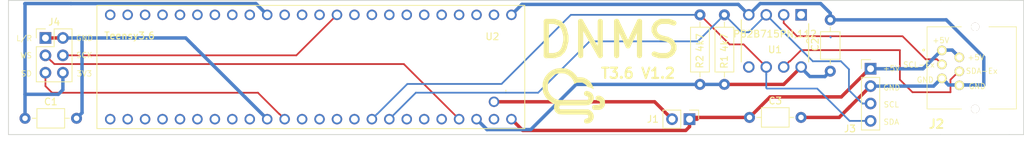
<source format=kicad_pcb>
(kicad_pcb (version 20171130) (host pcbnew "(5.1.4)-1")

  (general
    (thickness 1.6)
    (drawings 26)
    (tracks 130)
    (zones 0)
    (modules 12)
    (nets 54)
  )

  (page A4)
  (title_block
    (title "DNMS - Digital Noise Maesurement Sensor")
    (date 2019-06-09)
    (rev 0.9.0)
  )

  (layers
    (0 F.Cu signal)
    (31 B.Cu signal)
    (32 B.Adhes user)
    (33 F.Adhes user)
    (34 B.Paste user)
    (35 F.Paste user)
    (36 B.SilkS user)
    (37 F.SilkS user)
    (38 B.Mask user)
    (39 F.Mask user)
    (40 Dwgs.User user)
    (41 Cmts.User user)
    (42 Eco1.User user)
    (43 Eco2.User user)
    (44 Edge.Cuts user)
    (45 Margin user)
    (46 B.CrtYd user)
    (47 F.CrtYd user)
    (48 B.Fab user)
    (49 F.Fab user)
  )

  (setup
    (last_trace_width 0.25)
    (user_trace_width 0.5)
    (trace_clearance 0.2)
    (zone_clearance 0.508)
    (zone_45_only no)
    (trace_min 0.2)
    (via_size 0.8)
    (via_drill 0.4)
    (via_min_size 0.4)
    (via_min_drill 0.3)
    (uvia_size 0.3)
    (uvia_drill 0.1)
    (uvias_allowed no)
    (uvia_min_size 0.2)
    (uvia_min_drill 0.1)
    (edge_width 0.05)
    (segment_width 0.2)
    (pcb_text_width 0.3)
    (pcb_text_size 1.5 1.5)
    (mod_edge_width 0.12)
    (mod_text_size 1 1)
    (mod_text_width 0.15)
    (pad_size 1.524 1.524)
    (pad_drill 0.762)
    (pad_to_mask_clearance 0.051)
    (solder_mask_min_width 0.25)
    (aux_axis_origin 60.8584 94.1832)
    (visible_elements 7FFFFFFF)
    (pcbplotparams
      (layerselection 0x010fc_ffffffff)
      (usegerberextensions false)
      (usegerberattributes false)
      (usegerberadvancedattributes false)
      (creategerberjobfile false)
      (excludeedgelayer true)
      (linewidth 0.100000)
      (plotframeref false)
      (viasonmask false)
      (mode 1)
      (useauxorigin false)
      (hpglpennumber 1)
      (hpglpenspeed 20)
      (hpglpendiameter 15.000000)
      (psnegative false)
      (psa4output false)
      (plotreference true)
      (plotvalue true)
      (plotinvisibletext false)
      (padsonsilk false)
      (subtractmaskfromsilk false)
      (outputformat 1)
      (mirror false)
      (drillshape 0)
      (scaleselection 1)
      (outputdirectory "Gerber/"))
  )

  (net 0 "")
  (net 1 GND)
  (net 2 +3V3)
  (net 3 "Net-(J1-Pad2)")
  (net 4 +5V)
  (net 5 SDA)
  (net 6 SCL)
  (net 7 SD)
  (net 8 WS)
  (net 9 SCK)
  (net 10 "Net-(U1-Pad5)")
  (net 11 "Net-(U1-Pad1)")
  (net 12 "Net-(U2-Pad0)")
  (net 13 "Net-(U2-Pad1)")
  (net 14 "Net-(U2-Pad2)")
  (net 15 "Net-(U2-Pad3)")
  (net 16 "Net-(U2-Pad4)")
  (net 17 "Net-(U2-Pad5)")
  (net 18 "Net-(U2-Pad6)")
  (net 19 "Net-(U2-Pad7)")
  (net 20 "Net-(U2-Pad8)")
  (net 21 "Net-(U2-Pad10)")
  (net 22 "Net-(U2-Pad11)")
  (net 23 "Net-(U2-Pad12)")
  (net 24 "Net-(U2-Pad24)")
  (net 25 "Net-(U2-Pad14)")
  (net 26 "Net-(U2-Pad15)")
  (net 27 "Net-(U2-Pad16)")
  (net 28 "Net-(U2-Pad17)")
  (net 29 "Net-(U2-Pad20)")
  (net 30 "Net-(U2-Pad21)")
  (net 31 "Net-(U2-Pad22)")
  (net 32 "Net-(U2-PadAGND)")
  (net 33 "Net-(U2-Pad25)")
  (net 34 "Net-(U2-Pad26)")
  (net 35 "Net-(U2-Pad27)")
  (net 36 "Net-(U2-Pad28)")
  (net 37 "Net-(U2-Pad29)")
  (net 38 "Net-(U2-Pad30)")
  (net 39 "Net-(U2-Pad31)")
  (net 40 "Net-(U2-Pad32)")
  (net 41 "Net-(U2-PadA22)")
  (net 42 "Net-(U2-PadA21)")
  (net 43 "Net-(U2-Pad33)")
  (net 44 "Net-(U2-Pad34)")
  (net 45 "Net-(U2-Pad35)")
  (net 46 "Net-(U2-Pad36)")
  (net 47 "Net-(U2-Pad37)")
  (net 48 "Net-(U2-Pad38)")
  (net 49 "Net-(U2-Pad39)")
  (net 50 SCL-EX)
  (net 51 SDA-EX)
  (net 52 SCL-Ex)
  (net 53 SDA-Ex)

  (net_class Default "Dies ist die voreingestellte Netzklasse."
    (clearance 0.2)
    (trace_width 0.25)
    (via_dia 0.8)
    (via_drill 0.4)
    (uvia_dia 0.3)
    (uvia_drill 0.1)
    (add_net +3V3)
    (add_net +5V)
    (add_net GND)
    (add_net "Net-(J1-Pad2)")
    (add_net "Net-(U1-Pad1)")
    (add_net "Net-(U1-Pad5)")
    (add_net "Net-(U2-Pad0)")
    (add_net "Net-(U2-Pad1)")
    (add_net "Net-(U2-Pad10)")
    (add_net "Net-(U2-Pad11)")
    (add_net "Net-(U2-Pad12)")
    (add_net "Net-(U2-Pad14)")
    (add_net "Net-(U2-Pad15)")
    (add_net "Net-(U2-Pad16)")
    (add_net "Net-(U2-Pad17)")
    (add_net "Net-(U2-Pad2)")
    (add_net "Net-(U2-Pad20)")
    (add_net "Net-(U2-Pad21)")
    (add_net "Net-(U2-Pad22)")
    (add_net "Net-(U2-Pad24)")
    (add_net "Net-(U2-Pad25)")
    (add_net "Net-(U2-Pad26)")
    (add_net "Net-(U2-Pad27)")
    (add_net "Net-(U2-Pad28)")
    (add_net "Net-(U2-Pad29)")
    (add_net "Net-(U2-Pad3)")
    (add_net "Net-(U2-Pad30)")
    (add_net "Net-(U2-Pad31)")
    (add_net "Net-(U2-Pad32)")
    (add_net "Net-(U2-Pad33)")
    (add_net "Net-(U2-Pad34)")
    (add_net "Net-(U2-Pad35)")
    (add_net "Net-(U2-Pad36)")
    (add_net "Net-(U2-Pad37)")
    (add_net "Net-(U2-Pad38)")
    (add_net "Net-(U2-Pad39)")
    (add_net "Net-(U2-Pad4)")
    (add_net "Net-(U2-Pad5)")
    (add_net "Net-(U2-Pad6)")
    (add_net "Net-(U2-Pad7)")
    (add_net "Net-(U2-Pad8)")
    (add_net "Net-(U2-PadA21)")
    (add_net "Net-(U2-PadA22)")
    (add_net "Net-(U2-PadAGND)")
    (add_net SCK)
    (add_net SCL)
    (add_net SCL-EX)
    (add_net SCL-Ex)
    (add_net SD)
    (add_net SDA)
    (add_net SDA-EX)
    (add_net SDA-Ex)
    (add_net WS)
  )

  (module Connector_RJ:RJ12_Pulse_E5566Q0LK22L (layer F.Cu) (tedit 5DD16D65) (tstamp 5DD1C370)
    (at 200.8124 84.455 90)
    (descr E5566-Q0LK22-L)
    (tags Connector)
    (path /5DD178F7)
    (fp_text reference J2 (at -8.2042 -4.826) (layer F.SilkS)
      (effects (font (size 1.27 1.27) (thickness 0.254)))
    )
    (fp_text value RJ12 (at 0 0 90) (layer F.SilkS) hide
      (effects (font (size 1.27 1.27) (thickness 0.254)))
    )
    (fp_line (start -6 -6.2) (end 6 -6.2) (layer Dwgs.User) (width 0.2))
    (fp_line (start 6 -6.2) (end 6 6.8) (layer Dwgs.User) (width 0.2))
    (fp_line (start 6 6.8) (end -6 6.8) (layer Dwgs.User) (width 0.2))
    (fp_line (start -6 6.8) (end -6 -6.2) (layer Dwgs.User) (width 0.2))
    (fp_line (start -8.2 -7.8) (end 8.2 -7.8) (layer Dwgs.User) (width 0.1))
    (fp_line (start 8.2 -7.8) (end 8.2 7.8) (layer Dwgs.User) (width 0.1))
    (fp_line (start 8.2 7.8) (end -8.2 7.8) (layer Dwgs.User) (width 0.1))
    (fp_line (start -8.2 7.8) (end -8.2 -7.8) (layer Dwgs.User) (width 0.1))
    (fp_line (start -6 -1.2) (end -6 -6.2) (layer F.SilkS) (width 0.1))
    (fp_line (start -6 -6.2) (end 6 -6.2) (layer F.SilkS) (width 0.1))
    (fp_line (start 6 -6.2) (end 6 -1.2) (layer F.SilkS) (width 0.1))
    (fp_line (start -6 2.8) (end -6 6.8) (layer F.SilkS) (width 0.1))
    (fp_line (start -6 6.8) (end 6 6.8) (layer F.SilkS) (width 0.1))
    (fp_line (start 6 6.8) (end 6 2.8) (layer F.SilkS) (width 0.1))
    (fp_line (start 2.5 -6.7) (end 2.5 -6.7) (layer F.SilkS) (width 0.2))
    (fp_line (start 2.7 -6.7) (end 2.7 -6.7) (layer F.SilkS) (width 0.2))
    (fp_arc (start 2.6 -6.7) (end 2.5 -6.7) (angle 180) (layer F.SilkS) (width 0.2))
    (fp_arc (start 2.6 -6.7) (end 2.7 -6.7) (angle 180) (layer F.SilkS) (width 0.2))
    (pad 1 thru_hole circle (at 2.55 -4.04 180) (size 1.4 1.4) (drill 0.9) (layers *.Cu *.Mask F.SilkS)
      (net 4 +5V))
    (pad 2 thru_hole circle (at 1.53 -1.5 180) (size 1.4 1.4) (drill 0.9) (layers *.Cu *.Mask F.SilkS)
      (net 4 +5V))
    (pad 3 thru_hole circle (at 0.51 -4.04 180) (size 1.4 1.4) (drill 0.9) (layers *.Cu *.Mask F.SilkS)
      (net 50 SCL-EX))
    (pad 4 thru_hole circle (at -0.51 -1.5 180) (size 1.4 1.4) (drill 0.9) (layers *.Cu *.Mask F.SilkS)
      (net 51 SDA-EX))
    (pad 5 thru_hole circle (at -1.53 -4.04 180) (size 1.4 1.4) (drill 0.9) (layers *.Cu *.Mask F.SilkS)
      (net 1 GND))
    (pad 6 thru_hole circle (at -2.55 -1.5 180) (size 1.4 1.4) (drill 0.9) (layers *.Cu *.Mask F.SilkS)
      (net 1 GND))
    (pad 7 thru_hole circle (at -6 0.8 180) (size 1.2 1.2) (drill 2.4) (layers *.Cu *.Mask F.SilkS))
    (pad 8 thru_hole circle (at 6 0.8 180) (size 1.2 1.2) (drill 2.4) (layers *.Cu *.Mask F.SilkS))
    (model "${KISYS3DMOD}/Connector_RJ.3dshapes/RJ12_Pulse_615006138421 (rev1).wrl"
      (offset (xyz 0 -0.25 7))
      (scale (xyz 0.39 0.39 0.39))
      (rotate (xyz 0 0 0))
    )
  )

  (module Connector_PinHeader_2.54mm:PinHeader_2x03_P2.54mm_Vertical (layer F.Cu) (tedit 59FED5CC) (tstamp 5DCC76CF)
    (at 66.2432 80.0862)
    (descr "Through hole straight pin header, 2x03, 2.54mm pitch, double rows")
    (tags "Through hole pin header THT 2x03 2.54mm double row")
    (path /5DCC6656)
    (fp_text reference J4 (at 1.27 -2.33) (layer F.SilkS)
      (effects (font (size 1 1) (thickness 0.15)))
    )
    (fp_text value Conn_2Rows-07Pins (at 1.27 7.41) (layer F.Fab)
      (effects (font (size 1 1) (thickness 0.15)))
    )
    (fp_text user %R (at 1.27 2.54 90) (layer F.Fab)
      (effects (font (size 1 1) (thickness 0.15)))
    )
    (fp_line (start 4.35 -1.8) (end -1.8 -1.8) (layer F.CrtYd) (width 0.05))
    (fp_line (start 4.35 6.85) (end 4.35 -1.8) (layer F.CrtYd) (width 0.05))
    (fp_line (start -1.8 6.85) (end 4.35 6.85) (layer F.CrtYd) (width 0.05))
    (fp_line (start -1.8 -1.8) (end -1.8 6.85) (layer F.CrtYd) (width 0.05))
    (fp_line (start -1.33 -1.33) (end 0 -1.33) (layer F.SilkS) (width 0.12))
    (fp_line (start -1.33 0) (end -1.33 -1.33) (layer F.SilkS) (width 0.12))
    (fp_line (start 1.27 -1.33) (end 3.87 -1.33) (layer F.SilkS) (width 0.12))
    (fp_line (start 1.27 1.27) (end 1.27 -1.33) (layer F.SilkS) (width 0.12))
    (fp_line (start -1.33 1.27) (end 1.27 1.27) (layer F.SilkS) (width 0.12))
    (fp_line (start 3.87 -1.33) (end 3.87 6.41) (layer F.SilkS) (width 0.12))
    (fp_line (start -1.33 1.27) (end -1.33 6.41) (layer F.SilkS) (width 0.12))
    (fp_line (start -1.33 6.41) (end 3.87 6.41) (layer F.SilkS) (width 0.12))
    (fp_line (start -1.27 0) (end 0 -1.27) (layer F.Fab) (width 0.1))
    (fp_line (start -1.27 6.35) (end -1.27 0) (layer F.Fab) (width 0.1))
    (fp_line (start 3.81 6.35) (end -1.27 6.35) (layer F.Fab) (width 0.1))
    (fp_line (start 3.81 -1.27) (end 3.81 6.35) (layer F.Fab) (width 0.1))
    (fp_line (start 0 -1.27) (end 3.81 -1.27) (layer F.Fab) (width 0.1))
    (pad 6 thru_hole oval (at 2.54 5.08) (size 1.7 1.7) (drill 1) (layers *.Cu *.Mask)
      (net 2 +3V3))
    (pad 5 thru_hole oval (at 0 5.08) (size 1.7 1.7) (drill 1) (layers *.Cu *.Mask)
      (net 7 SD))
    (pad 4 thru_hole oval (at 2.54 2.54) (size 1.7 1.7) (drill 1) (layers *.Cu *.Mask)
      (net 9 SCK))
    (pad 3 thru_hole oval (at 0 2.54) (size 1.7 1.7) (drill 1) (layers *.Cu *.Mask)
      (net 8 WS))
    (pad 2 thru_hole oval (at 2.54 0) (size 1.7 1.7) (drill 1) (layers *.Cu *.Mask)
      (net 1 GND))
    (pad 1 thru_hole rect (at 0 0) (size 1.7 1.7) (drill 1) (layers *.Cu *.Mask)
      (net 1 GND))
    (model ${KISYS3DMOD}/Connector_PinHeader_2.54mm.3dshapes/PinHeader_2x03_P2.54mm_Vertical.wrl
      (at (xyz 0 0 0))
      (scale (xyz 1 1 1))
      (rotate (xyz 0 0 0))
    )
  )

  (module Capacitor_THT:C_Axial_L3.8mm_D2.6mm_P7.50mm_Horizontal (layer F.Cu) (tedit 5AE50EF0) (tstamp 5DCC762D)
    (at 63.2714 91.821)
    (descr "C, Axial series, Axial, Horizontal, pin pitch=7.5mm, , length*diameter=3.8*2.6mm^2, http://www.vishay.com/docs/45231/arseries.pdf")
    (tags "C Axial series Axial Horizontal pin pitch 7.5mm  length 3.8mm diameter 2.6mm")
    (path /5DCD070F)
    (fp_text reference C1 (at 3.75 -2.42) (layer F.SilkS)
      (effects (font (size 1 1) (thickness 0.15)))
    )
    (fp_text value 100nF (at 3.75 2.42) (layer F.Fab)
      (effects (font (size 1 1) (thickness 0.15)))
    )
    (fp_text user %R (at 3.75 0) (layer F.Fab)
      (effects (font (size 0.76 0.76) (thickness 0.114)))
    )
    (fp_line (start 8.55 -1.55) (end -1.05 -1.55) (layer F.CrtYd) (width 0.05))
    (fp_line (start 8.55 1.55) (end 8.55 -1.55) (layer F.CrtYd) (width 0.05))
    (fp_line (start -1.05 1.55) (end 8.55 1.55) (layer F.CrtYd) (width 0.05))
    (fp_line (start -1.05 -1.55) (end -1.05 1.55) (layer F.CrtYd) (width 0.05))
    (fp_line (start 6.46 0) (end 5.77 0) (layer F.SilkS) (width 0.12))
    (fp_line (start 1.04 0) (end 1.73 0) (layer F.SilkS) (width 0.12))
    (fp_line (start 5.77 -1.42) (end 1.73 -1.42) (layer F.SilkS) (width 0.12))
    (fp_line (start 5.77 1.42) (end 5.77 -1.42) (layer F.SilkS) (width 0.12))
    (fp_line (start 1.73 1.42) (end 5.77 1.42) (layer F.SilkS) (width 0.12))
    (fp_line (start 1.73 -1.42) (end 1.73 1.42) (layer F.SilkS) (width 0.12))
    (fp_line (start 7.5 0) (end 5.65 0) (layer F.Fab) (width 0.1))
    (fp_line (start 0 0) (end 1.85 0) (layer F.Fab) (width 0.1))
    (fp_line (start 5.65 -1.3) (end 1.85 -1.3) (layer F.Fab) (width 0.1))
    (fp_line (start 5.65 1.3) (end 5.65 -1.3) (layer F.Fab) (width 0.1))
    (fp_line (start 1.85 1.3) (end 5.65 1.3) (layer F.Fab) (width 0.1))
    (fp_line (start 1.85 -1.3) (end 1.85 1.3) (layer F.Fab) (width 0.1))
    (pad 2 thru_hole oval (at 7.5 0) (size 1.6 1.6) (drill 0.8) (layers *.Cu *.Mask)
      (net 1 GND))
    (pad 1 thru_hole circle (at 0 0) (size 1.6 1.6) (drill 0.8) (layers *.Cu *.Mask)
      (net 2 +3V3))
    (model ${KISYS3DMOD}/Capacitor_THT.3dshapes/C_Axial_L3.8mm_D2.6mm_P7.50mm_Horizontal.wrl
      (at (xyz 0 0 0))
      (scale (xyz 1 1 1))
      (rotate (xyz 0 0 0))
    )
  )

  (module Capacitor_THT:C_Axial_L3.8mm_D2.6mm_P7.50mm_Horizontal (layer F.Cu) (tedit 5AE50EF0) (tstamp 5DCC7616)
    (at 168.7576 91.694)
    (descr "C, Axial series, Axial, Horizontal, pin pitch=7.5mm, , length*diameter=3.8*2.6mm^2, http://www.vishay.com/docs/45231/arseries.pdf")
    (tags "C Axial series Axial Horizontal pin pitch 7.5mm  length 3.8mm diameter 2.6mm")
    (path /5DCCEA81)
    (fp_text reference C3 (at 3.75 -2.42) (layer F.SilkS)
      (effects (font (size 1 1) (thickness 0.15)))
    )
    (fp_text value 100nF (at 3.75 2.42) (layer F.Fab)
      (effects (font (size 1 1) (thickness 0.15)))
    )
    (fp_text user %R (at 3.75 0) (layer F.Fab)
      (effects (font (size 0.76 0.76) (thickness 0.114)))
    )
    (fp_line (start 8.55 -1.55) (end -1.05 -1.55) (layer F.CrtYd) (width 0.05))
    (fp_line (start 8.55 1.55) (end 8.55 -1.55) (layer F.CrtYd) (width 0.05))
    (fp_line (start -1.05 1.55) (end 8.55 1.55) (layer F.CrtYd) (width 0.05))
    (fp_line (start -1.05 -1.55) (end -1.05 1.55) (layer F.CrtYd) (width 0.05))
    (fp_line (start 6.46 0) (end 5.77 0) (layer F.SilkS) (width 0.12))
    (fp_line (start 1.04 0) (end 1.73 0) (layer F.SilkS) (width 0.12))
    (fp_line (start 5.77 -1.42) (end 1.73 -1.42) (layer F.SilkS) (width 0.12))
    (fp_line (start 5.77 1.42) (end 5.77 -1.42) (layer F.SilkS) (width 0.12))
    (fp_line (start 1.73 1.42) (end 5.77 1.42) (layer F.SilkS) (width 0.12))
    (fp_line (start 1.73 -1.42) (end 1.73 1.42) (layer F.SilkS) (width 0.12))
    (fp_line (start 7.5 0) (end 5.65 0) (layer F.Fab) (width 0.1))
    (fp_line (start 0 0) (end 1.85 0) (layer F.Fab) (width 0.1))
    (fp_line (start 5.65 -1.3) (end 1.85 -1.3) (layer F.Fab) (width 0.1))
    (fp_line (start 5.65 1.3) (end 5.65 -1.3) (layer F.Fab) (width 0.1))
    (fp_line (start 1.85 1.3) (end 5.65 1.3) (layer F.Fab) (width 0.1))
    (fp_line (start 1.85 -1.3) (end 1.85 1.3) (layer F.Fab) (width 0.1))
    (pad 2 thru_hole oval (at 7.5 0) (size 1.6 1.6) (drill 0.8) (layers *.Cu *.Mask)
      (net 1 GND))
    (pad 1 thru_hole circle (at 0 0) (size 1.6 1.6) (drill 0.8) (layers *.Cu *.Mask)
      (net 4 +5V))
    (model ${KISYS3DMOD}/Capacitor_THT.3dshapes/C_Axial_L3.8mm_D2.6mm_P7.50mm_Horizontal.wrl
      (at (xyz 0 0 0))
      (scale (xyz 1 1 1))
      (rotate (xyz 0 0 0))
    )
  )

  (module Teensy3.6:Teensy3.6 (layer F.Cu) (tedit 5CFF84C8) (tstamp 5CFE477A)
    (at 104.88262 84.328 270)
    (path /5CFA9E92)
    (fp_text reference U2 (at -4.445 -26.43538 180) (layer F.SilkS)
      (effects (font (size 1 1) (thickness 0.15)))
    )
    (fp_text value Teensy3.6 (at -4.572 26.39662) (layer F.SilkS)
      (effects (font (size 1 1) (thickness 0.15)))
    )
    (fp_line (start -9 31.15) (end -9 -31.15) (layer Eco2.User) (width 0.127))
    (fp_line (start -9 -31.15) (end 9 -31.15) (layer Eco2.User) (width 0.127))
    (fp_line (start 9 -31.15) (end 9 31.15) (layer Eco2.User) (width 0.127))
    (fp_line (start 9 31.15) (end -9 31.15) (layer Eco2.User) (width 0.127))
    (fp_line (start -9 -31.15) (end -9 31.15) (layer F.SilkS) (width 0.127))
    (fp_line (start -9 31.15) (end 9 31.15) (layer F.SilkS) (width 0.127))
    (fp_line (start 9 31.15) (end 9 -31.15) (layer F.SilkS) (width 0.127))
    (fp_line (start 9 -31.15) (end -9 -31.15) (layer F.SilkS) (width 0.127))
    (fp_line (start -9.25 -31.4) (end 9.25 -31.4) (layer Eco1.User) (width 0.05))
    (fp_line (start 9.25 -31.4) (end 9.25 31.4) (layer Eco1.User) (width 0.05))
    (fp_line (start 9.25 31.4) (end -9.25 31.4) (layer Eco1.User) (width 0.05))
    (fp_line (start -9.25 31.4) (end -9.25 -31.4) (layer Eco1.User) (width 0.05))
    (fp_line (start -3.5 -31.1) (end -3.5 -28.4) (layer Eco2.User) (width 0.1524))
    (fp_line (start -3.5 -28.4) (end 3.4 -28.4) (layer Eco2.User) (width 0.1524))
    (fp_line (start 3.4 -28.4) (end 3.5 -28.4) (layer F.SilkS) (width 0.1524))
    (fp_line (start 3.5 -28.4) (end 3.5 -31.1) (layer Eco2.User) (width 0.1524))
    (pad GND_1 thru_hole circle (at -7.62 -29.21 270) (size 1.53 1.53) (drill 1.02) (layers *.Cu *.Mask)
      (net 1 GND))
    (pad 0 thru_hole circle (at -7.62 -26.67 270) (size 1.53 1.53) (drill 1.02) (layers *.Cu *.Mask)
      (net 12 "Net-(U2-Pad0)"))
    (pad 1 thru_hole circle (at -7.62 -24.13 270) (size 1.53 1.53) (drill 1.02) (layers *.Cu *.Mask)
      (net 13 "Net-(U2-Pad1)"))
    (pad 2 thru_hole circle (at -7.62 -21.59 270) (size 1.53 1.53) (drill 1.02) (layers *.Cu *.Mask)
      (net 14 "Net-(U2-Pad2)"))
    (pad 3 thru_hole circle (at -7.62 -19.05 270) (size 1.53 1.53) (drill 1.02) (layers *.Cu *.Mask)
      (net 15 "Net-(U2-Pad3)"))
    (pad 4 thru_hole circle (at -7.62 -16.51 270) (size 1.53 1.53) (drill 1.02) (layers *.Cu *.Mask)
      (net 16 "Net-(U2-Pad4)"))
    (pad 5 thru_hole circle (at -7.62 -13.97 270) (size 1.53 1.53) (drill 1.02) (layers *.Cu *.Mask)
      (net 17 "Net-(U2-Pad5)"))
    (pad 6 thru_hole circle (at -7.62 -11.43 270) (size 1.53 1.53) (drill 1.02) (layers *.Cu *.Mask)
      (net 18 "Net-(U2-Pad6)"))
    (pad 7 thru_hole circle (at -7.62 -8.89 270) (size 1.53 1.53) (drill 1.02) (layers *.Cu *.Mask)
      (net 19 "Net-(U2-Pad7)"))
    (pad 8 thru_hole circle (at -7.62 -6.35 270) (size 1.53 1.53) (drill 1.02) (layers *.Cu *.Mask)
      (net 20 "Net-(U2-Pad8)"))
    (pad 9 thru_hole circle (at -7.62 -3.81 270) (size 1.53 1.53) (drill 1.02) (layers *.Cu *.Mask)
      (net 9 SCK))
    (pad 10 thru_hole circle (at -7.62 -1.27 270) (size 1.53 1.53) (drill 1.02) (layers *.Cu *.Mask)
      (net 21 "Net-(U2-Pad10)"))
    (pad 11 thru_hole circle (at -7.62 1.27 270) (size 1.53 1.53) (drill 1.02) (layers *.Cu *.Mask)
      (net 22 "Net-(U2-Pad11)"))
    (pad 12 thru_hole circle (at -7.62 3.81 270) (size 1.53 1.53) (drill 1.02) (layers *.Cu *.Mask)
      (net 23 "Net-(U2-Pad12)"))
    (pad 3V3_1 thru_hole circle (at -7.62 6.35 270) (size 1.53 1.53) (drill 1.02) (layers *.Cu *.Mask)
      (net 2 +3V3))
    (pad 24 thru_hole circle (at -7.62 8.89 270) (size 1.53 1.53) (drill 1.02) (layers *.Cu *.Mask)
      (net 24 "Net-(U2-Pad24)"))
    (pad 13 thru_hole circle (at 7.62 3.81 270) (size 1.53 1.53) (drill 1.02) (layers *.Cu *.Mask)
      (net 7 SD))
    (pad 14 thru_hole circle (at 7.62 1.27 270) (size 1.53 1.53) (drill 1.02) (layers *.Cu *.Mask)
      (net 25 "Net-(U2-Pad14)"))
    (pad 15 thru_hole circle (at 7.62 -1.27 270) (size 1.53 1.53) (drill 1.02) (layers *.Cu *.Mask)
      (net 26 "Net-(U2-Pad15)"))
    (pad 16 thru_hole circle (at 7.62 -3.81 270) (size 1.53 1.53) (drill 1.02) (layers *.Cu *.Mask)
      (net 27 "Net-(U2-Pad16)"))
    (pad 17 thru_hole circle (at 7.62 -6.35 270) (size 1.53 1.53) (drill 1.02) (layers *.Cu *.Mask)
      (net 28 "Net-(U2-Pad17)"))
    (pad 18 thru_hole circle (at 7.62 -8.89 270) (size 1.53 1.53) (drill 1.02) (layers *.Cu *.Mask)
      (net 5 SDA))
    (pad 19 thru_hole circle (at 7.62 -11.43 270) (size 1.53 1.53) (drill 1.02) (layers *.Cu *.Mask)
      (net 6 SCL))
    (pad 20 thru_hole circle (at 7.62 -13.97 270) (size 1.53 1.53) (drill 1.02) (layers *.Cu *.Mask)
      (net 29 "Net-(U2-Pad20)"))
    (pad 21 thru_hole circle (at 7.62 -16.51 270) (size 1.53 1.53) (drill 1.02) (layers *.Cu *.Mask)
      (net 30 "Net-(U2-Pad21)"))
    (pad 22 thru_hole circle (at 7.62 -19.05 270) (size 1.53 1.53) (drill 1.02) (layers *.Cu *.Mask)
      (net 31 "Net-(U2-Pad22)"))
    (pad 23 thru_hole circle (at 7.62 -21.59 270) (size 1.53 1.53) (drill 1.02) (layers *.Cu *.Mask)
      (net 8 WS))
    (pad 3V3_2 thru_hole circle (at 7.62 -24.13 270) (size 1.53 1.53) (drill 1.02) (layers *.Cu *.Mask)
      (net 2 +3V3))
    (pad AGND thru_hole circle (at 7.62 -26.67 270) (size 1.53 1.53) (drill 1.02) (layers *.Cu *.Mask)
      (net 32 "Net-(U2-PadAGND)"))
    (pad VIN thru_hole circle (at 7.62 -29.21 270) (size 1.53 1.53) (drill 1.02) (layers *.Cu *.Mask)
      (net 4 +5V))
    (pad 25 thru_hole circle (at -7.62 11.43 270) (size 1.53 1.53) (drill 1.02) (layers *.Cu *.Mask)
      (net 33 "Net-(U2-Pad25)"))
    (pad 26 thru_hole circle (at -7.62 13.97 270) (size 1.53 1.53) (drill 1.02) (layers *.Cu *.Mask)
      (net 34 "Net-(U2-Pad26)"))
    (pad 27 thru_hole circle (at -7.62 16.51 270) (size 1.53 1.53) (drill 1.02) (layers *.Cu *.Mask)
      (net 35 "Net-(U2-Pad27)"))
    (pad 28 thru_hole circle (at -7.62 19.05 270) (size 1.53 1.53) (drill 1.02) (layers *.Cu *.Mask)
      (net 36 "Net-(U2-Pad28)"))
    (pad 29 thru_hole circle (at -7.62 21.59 270) (size 1.53 1.53) (drill 1.02) (layers *.Cu *.Mask)
      (net 37 "Net-(U2-Pad29)"))
    (pad 30 thru_hole circle (at -7.62 24.13 270) (size 1.53 1.53) (drill 1.02) (layers *.Cu *.Mask)
      (net 38 "Net-(U2-Pad30)"))
    (pad 31 thru_hole circle (at -7.62 26.67 270) (size 1.53 1.53) (drill 1.02) (layers *.Cu *.Mask)
      (net 39 "Net-(U2-Pad31)"))
    (pad 32 thru_hole circle (at -7.62 29.21 270) (size 1.53 1.53) (drill 1.02) (layers *.Cu *.Mask)
      (net 40 "Net-(U2-Pad32)"))
    (pad GND_2 thru_hole circle (at 7.62 6.35 270) (size 1.53 1.53) (drill 1.02) (layers *.Cu *.Mask)
      (net 1 GND))
    (pad A22 thru_hole circle (at 7.62 8.89 270) (size 1.53 1.53) (drill 1.02) (layers *.Cu *.Mask)
      (net 41 "Net-(U2-PadA22)"))
    (pad A21 thru_hole circle (at 7.62 11.43 270) (size 1.53 1.53) (drill 1.02) (layers *.Cu *.Mask)
      (net 42 "Net-(U2-PadA21)"))
    (pad 33 thru_hole circle (at 7.62 29.21 270) (size 1.53 1.53) (drill 1.02) (layers *.Cu *.Mask)
      (net 43 "Net-(U2-Pad33)"))
    (pad 34 thru_hole circle (at 7.62 26.67 270) (size 1.53 1.53) (drill 1.02) (layers *.Cu *.Mask)
      (net 44 "Net-(U2-Pad34)"))
    (pad 35 thru_hole circle (at 7.62 24.13 270) (size 1.53 1.53) (drill 1.02) (layers *.Cu *.Mask)
      (net 45 "Net-(U2-Pad35)"))
    (pad 36 thru_hole circle (at 7.62 21.59 270) (size 1.53 1.53) (drill 1.02) (layers *.Cu *.Mask)
      (net 46 "Net-(U2-Pad36)"))
    (pad 37 thru_hole circle (at 7.62 19.05 270) (size 1.53 1.53) (drill 1.02) (layers *.Cu *.Mask)
      (net 47 "Net-(U2-Pad37)"))
    (pad 38 thru_hole circle (at 7.62 16.51 270) (size 1.53 1.53) (drill 1.02) (layers *.Cu *.Mask)
      (net 48 "Net-(U2-Pad38)"))
    (pad 39 thru_hole circle (at 7.62 13.97 270) (size 1.53 1.53) (drill 1.02) (layers *.Cu *.Mask)
      (net 49 "Net-(U2-Pad39)"))
    (pad VUSB thru_hole circle (at 5.08 -26.67 270) (size 1.524 1.524) (drill 1.02) (layers *.Cu *.Mask)
      (net 3 "Net-(J1-Pad2)"))
  )

  (module Capacitor_THT:C_Axial_L3.8mm_D2.6mm_P7.50mm_Horizontal (layer F.Cu) (tedit 5AE50EF0) (tstamp 5CFE465A)
    (at 180.5178 84.9376 90)
    (descr "C, Axial series, Axial, Horizontal, pin pitch=7.5mm, , length*diameter=3.8*2.6mm^2, http://www.vishay.com/docs/45231/arseries.pdf")
    (tags "C Axial series Axial Horizontal pin pitch 7.5mm  length 3.8mm diameter 2.6mm")
    (path /5CFC928F)
    (fp_text reference C2 (at 3.9116 -2.2098 90) (layer F.SilkS)
      (effects (font (size 1 1) (thickness 0.15)))
    )
    (fp_text value 100nF (at 3.75 2.42 90) (layer F.Fab)
      (effects (font (size 1 1) (thickness 0.15)))
    )
    (fp_text user %R (at 3.75 0 90) (layer F.Fab)
      (effects (font (size 0.76 0.76) (thickness 0.114)))
    )
    (fp_line (start 8.55 -1.55) (end -1.05 -1.55) (layer F.CrtYd) (width 0.05))
    (fp_line (start 8.55 1.55) (end 8.55 -1.55) (layer F.CrtYd) (width 0.05))
    (fp_line (start -1.05 1.55) (end 8.55 1.55) (layer F.CrtYd) (width 0.05))
    (fp_line (start -1.05 -1.55) (end -1.05 1.55) (layer F.CrtYd) (width 0.05))
    (fp_line (start 6.46 0) (end 5.77 0) (layer F.SilkS) (width 0.12))
    (fp_line (start 1.04 0) (end 1.73 0) (layer F.SilkS) (width 0.12))
    (fp_line (start 5.77 -1.42) (end 1.73 -1.42) (layer F.SilkS) (width 0.12))
    (fp_line (start 5.77 1.42) (end 5.77 -1.42) (layer F.SilkS) (width 0.12))
    (fp_line (start 1.73 1.42) (end 5.77 1.42) (layer F.SilkS) (width 0.12))
    (fp_line (start 1.73 -1.42) (end 1.73 1.42) (layer F.SilkS) (width 0.12))
    (fp_line (start 7.5 0) (end 5.65 0) (layer F.Fab) (width 0.1))
    (fp_line (start 0 0) (end 1.85 0) (layer F.Fab) (width 0.1))
    (fp_line (start 5.65 -1.3) (end 1.85 -1.3) (layer F.Fab) (width 0.1))
    (fp_line (start 5.65 1.3) (end 5.65 -1.3) (layer F.Fab) (width 0.1))
    (fp_line (start 1.85 1.3) (end 5.65 1.3) (layer F.Fab) (width 0.1))
    (fp_line (start 1.85 -1.3) (end 1.85 1.3) (layer F.Fab) (width 0.1))
    (pad 2 thru_hole oval (at 7.5 0 90) (size 1.6 1.6) (drill 0.8) (layers *.Cu *.Mask)
      (net 1 GND))
    (pad 1 thru_hole circle (at 0 0 90) (size 1.6 1.6) (drill 0.8) (layers *.Cu *.Mask)
      (net 2 +3V3))
    (model ${KISYS3DMOD}/Capacitor_THT.3dshapes/C_Axial_L3.8mm_D2.6mm_P7.50mm_Horizontal.wrl
      (at (xyz 0 0 0))
      (scale (xyz 1 1 1))
      (rotate (xyz 0 0 0))
    )
  )

  (module "logos eigene:logo luftdaten.info" (layer F.Cu) (tedit 0) (tstamp 5D0421AC)
    (at 143.1798 88.5698)
    (fp_text reference G*** (at 0 0) (layer F.SilkS) hide
      (effects (font (size 1.524 1.524) (thickness 0.3)))
    )
    (fp_text value LOGO (at 0.75 0) (layer F.SilkS) hide
      (effects (font (size 1.524 1.524) (thickness 0.3)))
    )
    (fp_poly (pts (xy 3.755629 -0.03606) (xy 3.871683 0.002212) (xy 4.097614 0.110327) (xy 4.27774 0.249729)
      (xy 4.426716 0.4323) (xy 4.453253 0.473728) (xy 4.487682 0.540871) (xy 4.51058 0.619788)
      (xy 4.525016 0.726784) (xy 4.53406 0.878168) (xy 4.535286 0.909596) (xy 4.537266 1.113001)
      (xy 4.523232 1.270547) (xy 4.488965 1.398772) (xy 4.430247 1.514211) (xy 4.354285 1.61925)
      (xy 4.273477 1.716965) (xy 4.206338 1.784904) (xy 4.131735 1.840592) (xy 4.028534 1.901555)
      (xy 3.984625 1.925804) (xy 3.916944 1.960762) (xy 3.854035 1.985235) (xy 3.782166 2.001411)
      (xy 3.687606 2.011476) (xy 3.556626 2.017619) (xy 3.381375 2.021907) (xy 3.214459 2.023229)
      (xy 3.065978 2.020556) (xy 2.949677 2.014413) (xy 2.879303 2.005325) (xy 2.869822 2.002375)
      (xy 2.766293 1.926587) (xy 2.696847 1.812856) (xy 2.665267 1.679046) (xy 2.675339 1.54302)
      (xy 2.730848 1.422644) (xy 2.743613 1.406707) (xy 2.779182 1.368688) (xy 2.817056 1.342664)
      (xy 2.870169 1.325585) (xy 2.951458 1.314403) (xy 3.073859 1.306066) (xy 3.196051 1.300052)
      (xy 3.411253 1.285932) (xy 3.570859 1.263741) (xy 3.682656 1.229282) (xy 3.754431 1.178355)
      (xy 3.793968 1.106763) (xy 3.809054 1.010307) (xy 3.81 0.969019) (xy 3.783001 0.849033)
      (xy 3.711114 0.755944) (xy 3.608001 0.704322) (xy 3.556326 0.6985) (xy 3.456787 0.680598)
      (xy 3.37232 0.64295) (xy 3.261692 0.556816) (xy 3.20078 0.464004) (xy 3.177515 0.343179)
      (xy 3.176056 0.295999) (xy 3.179689 0.19416) (xy 3.200443 0.128176) (xy 3.250616 0.070586)
      (xy 3.293359 0.034061) (xy 3.424075 -0.040845) (xy 3.575947 -0.064097) (xy 3.755629 -0.03606)) (layer F.SilkS) (width 0.01))
    (fp_poly (pts (xy -1.565841 -4.056015) (xy -1.317239 -4.033177) (xy -1.102881 -3.99716) (xy -0.934086 -3.949639)
      (xy -0.867104 -3.920432) (xy -0.797179 -3.887719) (xy -0.752941 -3.873703) (xy -0.752584 -3.873696)
      (xy -0.715556 -3.858675) (xy -0.637565 -3.818604) (xy -0.532343 -3.760689) (xy -0.475401 -3.72821)
      (xy -0.253398 -3.580766) (xy -0.030355 -3.398154) (xy 0.175131 -3.197431) (xy 0.34446 -2.995651)
      (xy 0.383087 -2.940949) (xy 0.519954 -2.737653) (xy 0.823539 -2.739073) (xy 1.014446 -2.733309)
      (xy 1.20223 -2.715883) (xy 1.370061 -2.689217) (xy 1.501108 -2.655731) (xy 1.553857 -2.634019)
      (xy 1.610256 -2.606371) (xy 1.69982 -2.56433) (xy 1.757984 -2.537605) (xy 1.837339 -2.494252)
      (xy 1.940192 -2.42819) (xy 2.054325 -2.348565) (xy 2.167518 -2.264525) (xy 2.267553 -2.185219)
      (xy 2.342211 -2.119793) (xy 2.379273 -2.077397) (xy 2.38125 -2.070981) (xy 2.40089 -2.033861)
      (xy 2.448955 -1.974336) (xy 2.45675 -1.965803) (xy 2.521468 -1.880933) (xy 2.597253 -1.759371)
      (xy 2.674097 -1.62) (xy 2.741994 -1.481701) (xy 2.790935 -1.363357) (xy 2.808698 -1.30175)
      (xy 2.833377 -1.203367) (xy 2.86406 -1.120519) (xy 2.864688 -1.119236) (xy 2.886783 -1.054635)
      (xy 2.867193 -1.030406) (xy 2.802934 -1.046014) (xy 2.708902 -1.091298) (xy 2.53708 -1.178586)
      (xy 2.398713 -1.237767) (xy 2.274544 -1.27614) (xy 2.162556 -1.29836) (xy 2.041375 -1.327808)
      (xy 1.966039 -1.374101) (xy 1.94397 -1.400486) (xy 1.810212 -1.570327) (xy 1.660971 -1.709484)
      (xy 1.480606 -1.83019) (xy 1.253473 -1.944683) (xy 1.241223 -1.950189) (xy 1.17739 -1.964837)
      (xy 1.068048 -1.976347) (xy 0.931167 -1.983173) (xy 0.844348 -1.984375) (xy 0.670975 -1.980877)
      (xy 0.537741 -1.96662) (xy 0.421488 -1.935964) (xy 0.29906 -1.883267) (xy 0.185601 -1.823898)
      (xy 0.114318 -1.787958) (xy 0.079266 -1.790568) (xy 0.061894 -1.8412) (xy 0.053405 -1.891403)
      (xy 0.01843 -2.014279) (xy -0.047127 -2.167826) (xy -0.133581 -2.333613) (xy -0.231245 -2.493214)
      (xy -0.330431 -2.6282) (xy -0.339618 -2.639117) (xy -0.510617 -2.816014) (xy -0.702193 -2.975248)
      (xy -0.894285 -3.100954) (xy -0.976772 -3.142915) (xy -1.07413 -3.187951) (xy -1.153631 -3.226032)
      (xy -1.180027 -3.239382) (xy -1.280464 -3.274188) (xy -1.42871 -3.301735) (xy -1.609323 -3.320406)
      (xy -1.806865 -3.328584) (xy -1.997896 -3.325072) (xy -2.305222 -3.290357) (xy -2.576341 -3.216353)
      (xy -2.828832 -3.097527) (xy -2.940375 -3.028412) (xy -3.061828 -2.935862) (xy -3.194129 -2.815978)
      (xy -3.322256 -2.684331) (xy -3.431189 -2.556494) (xy -3.505907 -2.448037) (xy -3.513079 -2.434708)
      (xy -3.552731 -2.363105) (xy -3.582016 -2.320158) (xy -3.584541 -2.31775) (xy -3.610798 -2.275609)
      (xy -3.64871 -2.190338) (xy -3.691605 -2.079605) (xy -3.732813 -1.961079) (xy -3.765663 -1.852429)
      (xy -3.776329 -1.80975) (xy -3.795904 -1.679014) (xy -3.805599 -1.516921) (xy -3.806202 -1.338013)
      (xy -3.798498 -1.156836) (xy -3.783273 -0.987934) (xy -3.761314 -0.845849) (xy -3.733405 -0.745126)
      (xy -3.717138 -0.714375) (xy -3.690876 -0.665198) (xy -3.656907 -0.585669) (xy -3.651436 -0.5715)
      (xy -3.540224 -0.350186) (xy -3.380036 -0.129409) (xy -3.183927 0.076703) (xy -2.964951 0.254024)
      (xy -2.788576 0.36226) (xy -2.700445 0.408342) (xy -2.620261 0.44814) (xy -2.542816 0.482114)
      (xy -2.462902 0.510726) (xy -2.375312 0.534436) (xy -2.27484 0.553704) (xy -2.156276 0.568992)
      (xy -2.014414 0.580759) (xy -1.844047 0.589466) (xy -1.639966 0.595575) (xy -1.396965 0.599545)
      (xy -1.109836 0.601837) (xy -0.773371 0.602912) (xy -0.382364 0.60323) (xy -0.064116 0.60325)
      (xy 1.959227 0.60325) (xy 2.043238 0.525391) (xy 2.101492 0.453931) (xy 2.124914 0.366812)
      (xy 2.12725 0.308675) (xy 2.104708 0.17746) (xy 2.034799 0.08526) (xy 1.914092 0.028537)
      (xy 1.841143 0.013471) (xy 1.683199 -0.04006) (xy 1.595437 -0.10547) (xy 1.531721 -0.174535)
      (xy 1.501541 -0.241854) (xy 1.493322 -0.336666) (xy 1.493306 -0.363416) (xy 1.510159 -0.504076)
      (xy 1.565616 -0.6062) (xy 1.67029 -0.686096) (xy 1.719859 -0.711514) (xy 1.781224 -0.737778)
      (xy 1.835582 -0.748651) (xy 1.902144 -0.743714) (xy 2.00012 -0.722548) (xy 2.074565 -0.703785)
      (xy 2.333759 -0.610198) (xy 2.545053 -0.475379) (xy 2.707162 -0.300966) (xy 2.818799 -0.088597)
      (xy 2.878679 0.160088) (xy 2.88925 0.334133) (xy 2.885967 0.457824) (xy 2.877226 0.555527)
      (xy 2.864688 0.611179) (xy 2.859942 0.617615) (xy 2.83227 0.659272) (xy 2.811117 0.724594)
      (xy 2.771092 0.81351) (xy 2.692742 0.922665) (xy 2.590162 1.03646) (xy 2.477445 1.139293)
      (xy 2.368687 1.215565) (xy 2.366352 1.216878) (xy 2.311647 1.246207) (xy 2.256877 1.271398)
      (xy 2.196981 1.292768) (xy 2.126896 1.310628) (xy 2.041559 1.325293) (xy 1.935909 1.337076)
      (xy 1.804881 1.346291) (xy 1.643414 1.353251) (xy 1.446444 1.358271) (xy 1.208911 1.361663)
      (xy 0.92575 1.363742) (xy 0.591899 1.36482) (xy 0.202297 1.365213) (xy -0.028677 1.36525)
      (xy -1.959228 1.36525) (xy -2.043239 1.443108) (xy -2.109953 1.544723) (xy -2.128818 1.668151)
      (xy -2.098854 1.792361) (xy -2.062309 1.851995) (xy -1.997368 1.934555) (xy 0.057003 1.94359)
      (xy 2.111375 1.952625) (xy 2.309076 2.059087) (xy 2.526516 2.207762) (xy 2.695536 2.388592)
      (xy 2.81486 2.593483) (xy 2.883212 2.81434) (xy 2.899316 3.043068) (xy 2.861895 3.271571)
      (xy 2.769673 3.491756) (xy 2.621373 3.695527) (xy 2.574675 3.74365) (xy 2.416079 3.871883)
      (xy 2.245211 3.9531) (xy 2.045842 3.993382) (xy 1.889409 4.0005) (xy 1.767311 3.998186)
      (xy 1.688915 3.987488) (xy 1.634481 3.962769) (xy 1.58427 3.918391) (xy 1.577565 3.91145)
      (xy 1.522319 3.839521) (xy 1.497264 3.75818) (xy 1.49225 3.66339) (xy 1.511236 3.528784)
      (xy 1.572601 3.426203) (xy 1.682949 3.348851) (xy 1.848886 3.289931) (xy 1.857375 3.287706)
      (xy 1.965206 3.253029) (xy 2.050309 3.213518) (xy 2.087562 3.184724) (xy 2.115913 3.109006)
      (xy 2.12617 3.002284) (xy 2.11761 2.894634) (xy 2.09617 2.827002) (xy 2.079926 2.801369)
      (xy 2.057568 2.779392) (xy 2.024417 2.76079) (xy 1.975794 2.745282) (xy 1.90702 2.73259)
      (xy 1.813416 2.722432) (xy 1.690303 2.714528) (xy 1.533001 2.708598) (xy 1.336833 2.704363)
      (xy 1.097118 2.701541) (xy 0.809179 2.699853) (xy 0.468335 2.699019) (xy 0.069908 2.698758)
      (xy -0.045693 2.69875) (xy -0.469082 2.698649) (xy -0.83396 2.698054) (xy -1.145318 2.696521)
      (xy -1.408144 2.693608) (xy -1.627428 2.688871) (xy -1.80816 2.681868) (xy -1.95533 2.672157)
      (xy -2.073925 2.659294) (xy -2.168937 2.642837) (xy -2.245355 2.622343) (xy -2.308168 2.59737)
      (xy -2.362366 2.567475) (xy -2.412938 2.532215) (xy -2.464874 2.491148) (xy -2.474579 2.483246)
      (xy -2.614241 2.361804) (xy -2.709305 2.258787) (xy -2.770444 2.161354) (xy -2.796862 2.0955)
      (xy -2.828424 2.013607) (xy -2.857924 1.958363) (xy -2.861336 1.954212) (xy -2.879525 1.901053)
      (xy -2.888546 1.803403) (xy -2.889017 1.679513) (xy -2.881557 1.547632) (xy -2.866785 1.426013)
      (xy -2.84532 1.332905) (xy -2.839766 1.31807) (xy -2.811001 1.242515) (xy -2.799149 1.19737)
      (xy -2.800078 1.192684) (xy -2.832012 1.176786) (xy -2.903897 1.143195) (xy -2.968625 1.113552)
      (xy -3.223259 0.977037) (xy -3.477749 0.802989) (xy -3.716669 0.604248) (xy -3.924595 0.393653)
      (xy -4.086103 0.184045) (xy -4.087065 0.182563) (xy -4.140394 0.102043) (xy -4.179727 0.045836)
      (xy -4.191025 0.03175) (xy -4.212073 -0.003151) (xy -4.251075 -0.078989) (xy -4.297335 -0.174625)
      (xy -4.348713 -0.282521) (xy -4.39312 -0.373902) (xy -4.418163 -0.423598) (xy -4.45749 -0.53336)
      (xy -4.489841 -0.693235) (xy -4.514613 -0.890157) (xy -4.531199 -1.111059) (xy -4.538996 -1.342876)
      (xy -4.537398 -1.57254) (xy -4.5258 -1.786987) (xy -4.503598 -1.973148) (xy -4.492623 -2.03201)
      (xy -4.388724 -2.376927) (xy -4.227775 -2.709983) (xy -4.016081 -3.023636) (xy -3.759947 -3.31034)
      (xy -3.465675 -3.562553) (xy -3.139572 -3.77273) (xy -2.964491 -3.86064) (xy -2.746098 -3.947217)
      (xy -2.521146 -4.007765) (xy -2.27381 -4.045139) (xy -1.988269 -4.062193) (xy -1.837369 -4.064001)
      (xy -1.565841 -4.056015)) (layer F.SilkS) (width 0.01))
  )

  (module Connector_PinHeader_2.54mm:PinHeader_1x04_P2.54mm_Vertical (layer F.Cu) (tedit 59FED5CC) (tstamp 5CFE46A0)
    (at 186.3852 84.582)
    (descr "Through hole straight pin header, 1x04, 2.54mm pitch, single row")
    (tags "Through hole pin header THT 1x04 2.54mm single row")
    (path /5CFB9C02)
    (fp_text reference J3 (at -2.9972 8.763) (layer F.SilkS)
      (effects (font (size 1 1) (thickness 0.15)))
    )
    (fp_text value Conn_01x04 (at 0 9.95) (layer F.Fab)
      (effects (font (size 1 1) (thickness 0.15)))
    )
    (fp_text user %R (at 0 3.81 90) (layer F.Fab)
      (effects (font (size 1 1) (thickness 0.15)))
    )
    (fp_line (start 1.8 -1.8) (end -1.8 -1.8) (layer F.CrtYd) (width 0.05))
    (fp_line (start 1.8 9.4) (end 1.8 -1.8) (layer F.CrtYd) (width 0.05))
    (fp_line (start -1.8 9.4) (end 1.8 9.4) (layer F.CrtYd) (width 0.05))
    (fp_line (start -1.8 -1.8) (end -1.8 9.4) (layer F.CrtYd) (width 0.05))
    (fp_line (start -1.33 -1.33) (end 0 -1.33) (layer F.SilkS) (width 0.12))
    (fp_line (start -1.33 0) (end -1.33 -1.33) (layer F.SilkS) (width 0.12))
    (fp_line (start -1.33 1.27) (end 1.33 1.27) (layer F.SilkS) (width 0.12))
    (fp_line (start 1.33 1.27) (end 1.33 8.95) (layer F.SilkS) (width 0.12))
    (fp_line (start -1.33 1.27) (end -1.33 8.95) (layer F.SilkS) (width 0.12))
    (fp_line (start -1.33 8.95) (end 1.33 8.95) (layer F.SilkS) (width 0.12))
    (fp_line (start -1.27 -0.635) (end -0.635 -1.27) (layer F.Fab) (width 0.1))
    (fp_line (start -1.27 8.89) (end -1.27 -0.635) (layer F.Fab) (width 0.1))
    (fp_line (start 1.27 8.89) (end -1.27 8.89) (layer F.Fab) (width 0.1))
    (fp_line (start 1.27 -1.27) (end 1.27 8.89) (layer F.Fab) (width 0.1))
    (fp_line (start -0.635 -1.27) (end 1.27 -1.27) (layer F.Fab) (width 0.1))
    (pad 4 thru_hole oval (at 0 7.62) (size 1.7 1.7) (drill 1) (layers *.Cu *.Mask)
      (net 5 SDA))
    (pad 3 thru_hole oval (at 0 5.08) (size 1.7 1.7) (drill 1) (layers *.Cu *.Mask)
      (net 6 SCL))
    (pad 2 thru_hole oval (at 0 2.54) (size 1.7 1.7) (drill 1) (layers *.Cu *.Mask)
      (net 1 GND))
    (pad 1 thru_hole rect (at 0 0) (size 1.7 1.7) (drill 1) (layers *.Cu *.Mask)
      (net 4 +5V))
    (model ${KISYS3DMOD}/Connector_PinHeader_2.54mm.3dshapes/PinHeader_1x04_P2.54mm_Vertical.wrl
      (at (xyz 0 0 0))
      (scale (xyz 1 1 1))
      (rotate (xyz 0 0 0))
    )
  )

  (module Connector_PinHeader_2.54mm:PinHeader_1x02_P2.54mm_Vertical (layer F.Cu) (tedit 59FED5CC) (tstamp 5CFE4670)
    (at 160.02 91.948 270)
    (descr "Through hole straight pin header, 1x02, 2.54mm pitch, single row")
    (tags "Through hole pin header THT 1x02 2.54mm single row")
    (path /5CFAEAE7)
    (fp_text reference J1 (at 0 5.334) (layer F.SilkS)
      (effects (font (size 1 1) (thickness 0.15)))
    )
    (fp_text value Conn_01x02 (at 0 4.87 90) (layer F.Fab)
      (effects (font (size 1 1) (thickness 0.15)))
    )
    (fp_text user %R (at 0 1.27) (layer F.Fab)
      (effects (font (size 1 1) (thickness 0.15)))
    )
    (fp_line (start 1.8 -1.8) (end -1.8 -1.8) (layer F.CrtYd) (width 0.05))
    (fp_line (start 1.8 4.35) (end 1.8 -1.8) (layer F.CrtYd) (width 0.05))
    (fp_line (start -1.8 4.35) (end 1.8 4.35) (layer F.CrtYd) (width 0.05))
    (fp_line (start -1.8 -1.8) (end -1.8 4.35) (layer F.CrtYd) (width 0.05))
    (fp_line (start -1.33 -1.33) (end 0 -1.33) (layer F.SilkS) (width 0.12))
    (fp_line (start -1.33 0) (end -1.33 -1.33) (layer F.SilkS) (width 0.12))
    (fp_line (start -1.33 1.27) (end 1.33 1.27) (layer F.SilkS) (width 0.12))
    (fp_line (start 1.33 1.27) (end 1.33 3.87) (layer F.SilkS) (width 0.12))
    (fp_line (start -1.33 1.27) (end -1.33 3.87) (layer F.SilkS) (width 0.12))
    (fp_line (start -1.33 3.87) (end 1.33 3.87) (layer F.SilkS) (width 0.12))
    (fp_line (start -1.27 -0.635) (end -0.635 -1.27) (layer F.Fab) (width 0.1))
    (fp_line (start -1.27 3.81) (end -1.27 -0.635) (layer F.Fab) (width 0.1))
    (fp_line (start 1.27 3.81) (end -1.27 3.81) (layer F.Fab) (width 0.1))
    (fp_line (start 1.27 -1.27) (end 1.27 3.81) (layer F.Fab) (width 0.1))
    (fp_line (start -0.635 -1.27) (end 1.27 -1.27) (layer F.Fab) (width 0.1))
    (pad 2 thru_hole oval (at 0 2.54 270) (size 1.7 1.7) (drill 1) (layers *.Cu *.Mask)
      (net 3 "Net-(J1-Pad2)"))
    (pad 1 thru_hole rect (at 0 0 270) (size 1.7 1.7) (drill 1) (layers *.Cu *.Mask)
      (net 4 +5V))
    (model ${KISYS3DMOD}/Connector_PinHeader_2.54mm.3dshapes/PinHeader_1x02_P2.54mm_Vertical.wrl
      (at (xyz 0 0 0))
      (scale (xyz 1 1 1))
      (rotate (xyz 0 0 0))
    )
  )

  (module P82B715PN_112:DIP254P762X420-8 (layer F.Cu) (tedit 0) (tstamp 5CFE4734)
    (at 168.656 84.328 270)
    (path /5CFB6659)
    (fp_text reference U1 (at -2.54 -3.81) (layer F.SilkS)
      (effects (font (size 1 1) (thickness 0.15)))
    )
    (fp_text value P82B715PN,112 (at -4.826 -3.81) (layer F.SilkS)
      (effects (font (size 1 1) (thickness 0.15)))
    )
    (fp_line (start -6.8834 1.0922) (end -0.7366 1.0922) (layer F.SilkS) (width 0.1524))
    (fp_line (start -0.7366 -8.7122) (end -3.5052 -8.7122) (layer F.SilkS) (width 0.1524))
    (fp_line (start -3.5052 -8.7122) (end -4.1148 -8.7122) (layer F.SilkS) (width 0.1524))
    (fp_line (start -4.1148 -8.7122) (end -6.3246 -8.7122) (layer F.SilkS) (width 0.1524))
    (fp_arc (start -3.81 -8.7122) (end -4.1148 -8.7122) (angle -180) (layer F.SilkS) (width 0.1524))
    (fp_line (start -7.0612 -7.0612) (end -7.0612 -8.1788) (layer Eco2.User) (width 0.1))
    (fp_line (start -7.0612 -8.1788) (end -8.1788 -8.1788) (layer Eco2.User) (width 0.1))
    (fp_line (start -8.1788 -8.1788) (end -8.1788 -7.0612) (layer Eco2.User) (width 0.1))
    (fp_line (start -8.1788 -7.0612) (end -7.0612 -7.0612) (layer Eco2.User) (width 0.1))
    (fp_line (start -7.0612 -4.5212) (end -7.0612 -5.6388) (layer Eco2.User) (width 0.1))
    (fp_line (start -7.0612 -5.6388) (end -8.1788 -5.6388) (layer Eco2.User) (width 0.1))
    (fp_line (start -8.1788 -5.6388) (end -8.1788 -4.5212) (layer Eco2.User) (width 0.1))
    (fp_line (start -8.1788 -4.5212) (end -7.0612 -4.5212) (layer Eco2.User) (width 0.1))
    (fp_line (start -7.0612 -1.9812) (end -7.0612 -3.0988) (layer Eco2.User) (width 0.1))
    (fp_line (start -7.0612 -3.0988) (end -8.1788 -3.0988) (layer Eco2.User) (width 0.1))
    (fp_line (start -8.1788 -3.0988) (end -8.1788 -1.9812) (layer Eco2.User) (width 0.1))
    (fp_line (start -8.1788 -1.9812) (end -7.0612 -1.9812) (layer Eco2.User) (width 0.1))
    (fp_line (start -7.0612 0.5588) (end -7.0612 -0.5588) (layer Eco2.User) (width 0.1))
    (fp_line (start -7.0612 -0.5588) (end -8.1788 -0.5588) (layer Eco2.User) (width 0.1))
    (fp_line (start -8.1788 -0.5588) (end -8.1788 0.5588) (layer Eco2.User) (width 0.1))
    (fp_line (start -8.1788 0.5588) (end -7.0612 0.5588) (layer Eco2.User) (width 0.1))
    (fp_line (start -0.5588 -0.5588) (end -0.5588 0.5588) (layer Eco2.User) (width 0.1))
    (fp_line (start -0.5588 0.5588) (end 0.5588 0.5588) (layer Eco2.User) (width 0.1))
    (fp_line (start 0.5588 0.5588) (end 0.5588 -0.5588) (layer Eco2.User) (width 0.1))
    (fp_line (start 0.5588 -0.5588) (end -0.5588 -0.5588) (layer Eco2.User) (width 0.1))
    (fp_line (start -0.5588 -3.0988) (end -0.5588 -1.9812) (layer Eco2.User) (width 0.1))
    (fp_line (start -0.5588 -1.9812) (end 0.5588 -1.9812) (layer Eco2.User) (width 0.1))
    (fp_line (start 0.5588 -1.9812) (end 0.5588 -3.0988) (layer Eco2.User) (width 0.1))
    (fp_line (start 0.5588 -3.0988) (end -0.5588 -3.0988) (layer Eco2.User) (width 0.1))
    (fp_line (start -0.5588 -5.6388) (end -0.5588 -4.5212) (layer Eco2.User) (width 0.1))
    (fp_line (start -0.5588 -4.5212) (end 0.5588 -4.5212) (layer Eco2.User) (width 0.1))
    (fp_line (start 0.5588 -4.5212) (end 0.5588 -5.6388) (layer Eco2.User) (width 0.1))
    (fp_line (start 0.5588 -5.6388) (end -0.5588 -5.6388) (layer Eco2.User) (width 0.1))
    (fp_line (start -0.5588 -8.1788) (end -0.5588 -7.0612) (layer Eco2.User) (width 0.1))
    (fp_line (start -0.5588 -7.0612) (end 0.5588 -7.0612) (layer Eco2.User) (width 0.1))
    (fp_line (start 0.5588 -7.0612) (end 0.5588 -8.1788) (layer Eco2.User) (width 0.1))
    (fp_line (start 0.5588 -8.1788) (end -0.5588 -8.1788) (layer Eco2.User) (width 0.1))
    (fp_line (start -7.0612 1.0922) (end -0.5588 1.0922) (layer Eco2.User) (width 0.1))
    (fp_line (start -0.5588 1.0922) (end -0.5588 -8.7122) (layer Eco2.User) (width 0.1))
    (fp_line (start -0.5588 -8.7122) (end -3.5052 -8.7122) (layer Eco2.User) (width 0.1))
    (fp_line (start -3.5052 -8.7122) (end -4.1148 -8.7122) (layer Eco2.User) (width 0.1))
    (fp_line (start -4.1148 -8.7122) (end -7.0612 -8.7122) (layer Eco2.User) (width 0.1))
    (fp_line (start -7.0612 -8.7122) (end -7.0612 1.0922) (layer Eco2.User) (width 0.1))
    (fp_arc (start -3.81 -8.7122) (end -4.1148 -8.7122) (angle -180) (layer Eco2.User) (width 0.1))
    (pad 1 thru_hole rect (at -7.62 -7.62 270) (size 1.6764 1.6764) (drill 1.1176) (layers *.Cu *.Mask)
      (net 11 "Net-(U1-Pad1)"))
    (pad 2 thru_hole circle (at -7.62 -5.08 270) (size 1.6764 1.6764) (drill 1.1176) (layers *.Cu *.Mask)
      (net 52 SCL-Ex))
    (pad 3 thru_hole circle (at -7.62 -2.54 270) (size 1.6764 1.6764) (drill 1.1176) (layers *.Cu *.Mask)
      (net 6 SCL))
    (pad 4 thru_hole circle (at -7.62 0 270) (size 1.6764 1.6764) (drill 1.1176) (layers *.Cu *.Mask)
      (net 1 GND))
    (pad 5 thru_hole circle (at 0 0 270) (size 1.6764 1.6764) (drill 1.1176) (layers *.Cu *.Mask)
      (net 10 "Net-(U1-Pad5)"))
    (pad 6 thru_hole circle (at 0 -2.54 270) (size 1.6764 1.6764) (drill 1.1176) (layers *.Cu *.Mask)
      (net 5 SDA))
    (pad 7 thru_hole circle (at 0 -5.08 270) (size 1.6764 1.6764) (drill 1.1176) (layers *.Cu *.Mask)
      (net 53 SDA-Ex))
    (pad 8 thru_hole circle (at 0 -7.62 270) (size 1.6764 1.6764) (drill 1.1176) (layers *.Cu *.Mask)
      (net 2 +3V3))
  )

  (module Resistor_THT:R_Axial_DIN0207_L6.3mm_D2.5mm_P10.16mm_Horizontal (layer F.Cu) (tedit 5AE5139B) (tstamp 5CFE46FC)
    (at 161.544 86.868 90)
    (descr "Resistor, Axial_DIN0207 series, Axial, Horizontal, pin pitch=10.16mm, 0.25W = 1/4W, length*diameter=6.3*2.5mm^2, http://cdn-reichelt.de/documents/datenblatt/B400/1_4W%23YAG.pdf")
    (tags "Resistor Axial_DIN0207 series Axial Horizontal pin pitch 10.16mm 0.25W = 1/4W length 6.3mm diameter 2.5mm")
    (path /5CFDA5E9)
    (fp_text reference R2 (at 3.302 -0.0254 90) (layer F.SilkS)
      (effects (font (size 1 1) (thickness 0.15)))
    )
    (fp_text value 4k7 (at 6.096 0 90) (layer F.SilkS)
      (effects (font (size 1 1) (thickness 0.15)))
    )
    (fp_text user %R (at 3.302 0 90) (layer F.Fab)
      (effects (font (size 1 1) (thickness 0.15)))
    )
    (fp_line (start 11.21 -1.5) (end -1.05 -1.5) (layer F.CrtYd) (width 0.05))
    (fp_line (start 11.21 1.5) (end 11.21 -1.5) (layer F.CrtYd) (width 0.05))
    (fp_line (start -1.05 1.5) (end 11.21 1.5) (layer F.CrtYd) (width 0.05))
    (fp_line (start -1.05 -1.5) (end -1.05 1.5) (layer F.CrtYd) (width 0.05))
    (fp_line (start 9.12 0) (end 8.35 0) (layer F.SilkS) (width 0.12))
    (fp_line (start 1.04 0) (end 1.81 0) (layer F.SilkS) (width 0.12))
    (fp_line (start 8.35 -1.37) (end 1.81 -1.37) (layer F.SilkS) (width 0.12))
    (fp_line (start 8.35 1.37) (end 8.35 -1.37) (layer F.SilkS) (width 0.12))
    (fp_line (start 1.81 1.37) (end 8.35 1.37) (layer F.SilkS) (width 0.12))
    (fp_line (start 1.81 -1.37) (end 1.81 1.37) (layer F.SilkS) (width 0.12))
    (fp_line (start 10.16 0) (end 8.23 0) (layer F.Fab) (width 0.1))
    (fp_line (start 0 0) (end 1.93 0) (layer F.Fab) (width 0.1))
    (fp_line (start 8.23 -1.25) (end 1.93 -1.25) (layer F.Fab) (width 0.1))
    (fp_line (start 8.23 1.25) (end 8.23 -1.25) (layer F.Fab) (width 0.1))
    (fp_line (start 1.93 1.25) (end 8.23 1.25) (layer F.Fab) (width 0.1))
    (fp_line (start 1.93 -1.25) (end 1.93 1.25) (layer F.Fab) (width 0.1))
    (pad 2 thru_hole oval (at 10.16 0 90) (size 1.6 1.6) (drill 0.8) (layers *.Cu *.Mask)
      (net 5 SDA))
    (pad 1 thru_hole circle (at 0 0 90) (size 1.6 1.6) (drill 0.8) (layers *.Cu *.Mask)
      (net 2 +3V3))
    (model ${KISYS3DMOD}/Resistor_THT.3dshapes/R_Axial_DIN0207_L6.3mm_D2.5mm_P10.16mm_Horizontal.wrl
      (at (xyz 0 0 0))
      (scale (xyz 1 1 1))
      (rotate (xyz 0 0 0))
    )
  )

  (module Resistor_THT:R_Axial_DIN0207_L6.3mm_D2.5mm_P10.16mm_Horizontal (layer F.Cu) (tedit 5AE5139B) (tstamp 5CFE46E5)
    (at 165.1 86.868 90)
    (descr "Resistor, Axial_DIN0207 series, Axial, Horizontal, pin pitch=10.16mm, 0.25W = 1/4W, length*diameter=6.3*2.5mm^2, http://cdn-reichelt.de/documents/datenblatt/B400/1_4W%23YAG.pdf")
    (tags "Resistor Axial_DIN0207 series Axial Horizontal pin pitch 10.16mm 0.25W = 1/4W length 6.3mm diameter 2.5mm")
    (path /5CFD9CEC)
    (fp_text reference R1 (at 3.2766 -0.0254 90) (layer F.SilkS)
      (effects (font (size 1 1) (thickness 0.15)))
    )
    (fp_text value 4k7 (at 6.096 0 90) (layer F.SilkS)
      (effects (font (size 1 1) (thickness 0.15)))
    )
    (fp_text user %R (at 3.302 0 90) (layer F.Fab)
      (effects (font (size 1 1) (thickness 0.15)))
    )
    (fp_line (start 11.21 -1.5) (end -1.05 -1.5) (layer F.CrtYd) (width 0.05))
    (fp_line (start 11.21 1.5) (end 11.21 -1.5) (layer F.CrtYd) (width 0.05))
    (fp_line (start -1.05 1.5) (end 11.21 1.5) (layer F.CrtYd) (width 0.05))
    (fp_line (start -1.05 -1.5) (end -1.05 1.5) (layer F.CrtYd) (width 0.05))
    (fp_line (start 9.12 0) (end 8.35 0) (layer F.SilkS) (width 0.12))
    (fp_line (start 1.04 0) (end 1.81 0) (layer F.SilkS) (width 0.12))
    (fp_line (start 8.35 -1.37) (end 1.81 -1.37) (layer F.SilkS) (width 0.12))
    (fp_line (start 8.35 1.37) (end 8.35 -1.37) (layer F.SilkS) (width 0.12))
    (fp_line (start 1.81 1.37) (end 8.35 1.37) (layer F.SilkS) (width 0.12))
    (fp_line (start 1.81 -1.37) (end 1.81 1.37) (layer F.SilkS) (width 0.12))
    (fp_line (start 10.16 0) (end 8.23 0) (layer F.Fab) (width 0.1))
    (fp_line (start 0 0) (end 1.93 0) (layer F.Fab) (width 0.1))
    (fp_line (start 8.23 -1.25) (end 1.93 -1.25) (layer F.Fab) (width 0.1))
    (fp_line (start 8.23 1.25) (end 8.23 -1.25) (layer F.Fab) (width 0.1))
    (fp_line (start 1.93 1.25) (end 8.23 1.25) (layer F.Fab) (width 0.1))
    (fp_line (start 1.93 -1.25) (end 1.93 1.25) (layer F.Fab) (width 0.1))
    (pad 2 thru_hole oval (at 10.16 0 90) (size 1.6 1.6) (drill 0.8) (layers *.Cu *.Mask)
      (net 6 SCL))
    (pad 1 thru_hole circle (at 0 0 90) (size 1.6 1.6) (drill 0.8) (layers *.Cu *.Mask)
      (net 2 +3V3))
    (model ${KISYS3DMOD}/Resistor_THT.3dshapes/R_Axial_DIN0207_L6.3mm_D2.5mm_P10.16mm_Horizontal.wrl
      (at (xyz 0 0 0))
      (scale (xyz 1 1 1))
      (rotate (xyz 0 0 0))
    )
  )

  (gr_text +5V (at 201.7268 82.931) (layer F.SilkS) (tstamp 5DD17AD4)
    (effects (font (size 0.8 0.8) (thickness 0.1)))
  )
  (gr_text GND (at 201.9046 87.1474) (layer F.SilkS) (tstamp 5DD17A96)
    (effects (font (size 0.8 0.8) (thickness 0.1)))
  )
  (gr_text SDA-Ex (at 202.565 84.9122) (layer F.SilkS) (tstamp 5DD17851)
    (effects (font (size 0.8 0.8) (thickness 0.1)))
  )
  (gr_text SCL-Ex (at 193.421 83.9978) (layer F.SilkS) (tstamp 5DD17810)
    (effects (font (size 0.8 0.8) (thickness 0.1)))
  )
  (gr_text GND (at 194.3354 86.2076) (layer F.SilkS) (tstamp 5DD1780B)
    (effects (font (size 0.8 0.8) (thickness 0.1)))
  )
  (gr_text +5V (at 196.6214 80.4418) (layer F.SilkS) (tstamp 5DD17808)
    (effects (font (size 0.8 0.8) (thickness 0.1)))
  )
  (gr_line (start 206.596 74.5998) (end 208.676 74.5998) (layer Edge.Cuts) (width 0.12) (tstamp 5DCC8765))
  (gr_line (start 206.596 94.2) (end 208.676 94.2) (layer Edge.Cuts) (width 0.12))
  (gr_line (start 196.596 94.2) (end 206.596 94.2) (layer Edge.Cuts) (width 0.12) (tstamp 5D2E3810))
  (gr_line (start 196.596 74.5998) (end 206.596 74.5998) (layer Edge.Cuts) (width 0.12) (tstamp 5D2E37BC))
  (gr_text "T3.6 V1.2" (at 152.527 85.2424) (layer F.SilkS)
    (effects (font (size 1.5 1.5) (thickness 0.3)))
  )
  (gr_text SD (at 63.4746 85.2932) (layer F.SilkS)
    (effects (font (size 0.8 0.8) (thickness 0.1)))
  )
  (gr_text WS (at 63.4238 82.6516) (layer F.SilkS)
    (effects (font (size 0.8 0.8) (thickness 0.1)))
  )
  (gr_text L/R (at 63.1444 80.137) (layer F.SilkS)
    (effects (font (size 0.8 0.8) (thickness 0.1)))
  )
  (gr_text 3V3 (at 71.9074 85.2932) (layer F.SilkS)
    (effects (font (size 0.8 0.8) (thickness 0.1)))
  )
  (gr_text SCK (at 71.9074 82.6008) (layer F.SilkS)
    (effects (font (size 0.8 0.8) (thickness 0.1)))
  )
  (gr_text GND (at 71.9328 80.1116) (layer F.SilkS)
    (effects (font (size 0.8 0.8) (thickness 0.1)))
  )
  (gr_text +5V (at 189.4078 84.5312) (layer F.SilkS)
    (effects (font (size 0.8 0.8) (thickness 0.1)))
  )
  (gr_text GND (at 189.4586 87.3506) (layer F.SilkS)
    (effects (font (size 0.8 0.8) (thickness 0.1)))
  )
  (gr_text SDA (at 189.4078 92.3544) (layer F.SilkS)
    (effects (font (size 0.8 0.8) (thickness 0.1)))
  )
  (gr_text SCL (at 189.4078 89.8144) (layer F.SilkS)
    (effects (font (size 0.8 0.8) (thickness 0.1)))
  )
  (gr_text DNMS (at 148.336 80.391) (layer F.SilkS)
    (effects (font (size 5 5) (thickness 0.75)))
  )
  (gr_line (start 60.8584 74.5998) (end 60.8584 94.2) (layer Edge.Cuts) (width 0.12))
  (gr_line (start 196.596 94.2) (end 60.8584 94.2) (layer Edge.Cuts) (width 0.12))
  (gr_line (start 208.676 74.5998) (end 208.676 94.2) (layer Edge.Cuts) (width 0.12))
  (gr_line (start 60.8584 74.5998) (end 196.596 74.5998) (layer Edge.Cuts) (width 0.12))

  (segment (start 134.09262 76.708) (end 135.61662 75.184) (width 0.5) (layer B.Cu) (net 1))
  (segment (start 167.132 75.184) (end 168.656 76.708) (width 0.5) (layer B.Cu) (net 1))
  (segment (start 135.61662 75.184) (end 167.132 75.184) (width 0.5) (layer B.Cu) (net 1))
  (segment (start 168.656 76.708) (end 170.30299 75.06101) (width 0.5) (layer B.Cu) (net 1))
  (segment (start 87.86462 81.28) (end 87.96321 81.37859) (width 0.25) (layer B.Cu) (net 1))
  (segment (start 87.96321 81.37859) (end 98.53262 91.948) (width 0.5) (layer B.Cu) (net 1))
  (segment (start 180.5902 80.01) (end 180.5178 79.9376) (width 0.25) (layer B.Cu) (net 1))
  (segment (start 180.5178 76.46202) (end 179.11679 75.06101) (width 0.5) (layer B.Cu) (net 1))
  (segment (start 179.11679 75.06101) (end 170.30299 75.06101) (width 0.5) (layer B.Cu) (net 1))
  (segment (start 86.67082 80.0862) (end 87.96321 81.37859) (width 0.5) (layer B.Cu) (net 1))
  (segment (start 68.7832 80.0862) (end 66.2432 80.0862) (width 0.5) (layer F.Cu) (net 1))
  (segment (start 71.571399 80.219001) (end 71.7042 80.0862) (width 0.5) (layer B.Cu) (net 1))
  (segment (start 71.571399 91.021001) (end 71.571399 80.219001) (width 0.5) (layer B.Cu) (net 1))
  (segment (start 70.7714 91.821) (end 71.571399 91.021001) (width 0.5) (layer B.Cu) (net 1))
  (segment (start 68.7832 80.0862) (end 71.7042 80.0862) (width 0.5) (layer B.Cu) (net 1))
  (segment (start 71.7042 80.0862) (end 86.67082 80.0862) (width 0.5) (layer B.Cu) (net 1))
  (segment (start 181.8132 91.694) (end 183.3753 90.1319) (width 0.5) (layer F.Cu) (net 1))
  (segment (start 176.2576 91.694) (end 181.8132 91.694) (width 0.5) (layer F.Cu) (net 1))
  (segment (start 186.3852 87.122) (end 183.3753 90.1319) (width 0.5) (layer F.Cu) (net 1))
  (segment (start 183.3753 90.1319) (end 182.9308 90.5764) (width 0.5) (layer F.Cu) (net 1))
  (segment (start 180.5178 77.4376) (end 180.5178 76.46202) (width 0.5) (layer B.Cu) (net 1))
  (segment (start 202.8544 86.9542) (end 199.287 86.9542) (width 0.5) (layer B.Cu) (net 1))
  (segment (start 202.8698 86.9696) (end 202.8544 86.9542) (width 0.5) (layer B.Cu) (net 1))
  (segment (start 202.8698 82.9056) (end 202.8698 86.9696) (width 0.5) (layer B.Cu) (net 1))
  (segment (start 180.5178 77.4376) (end 197.4018 77.4376) (width 0.5) (layer B.Cu) (net 1))
  (segment (start 197.4018 77.4376) (end 202.8698 82.9056) (width 0.5) (layer B.Cu) (net 1))
  (segment (start 195.5592 87.122) (end 196.747 85.9342) (width 0.5) (layer B.Cu) (net 1))
  (segment (start 186.3852 87.122) (end 195.5592 87.122) (width 0.5) (layer B.Cu) (net 1))
  (segment (start 197.446999 86.634199) (end 197.446999 86.677599) (width 0.5) (layer B.Cu) (net 1))
  (segment (start 196.747 85.9342) (end 197.446999 86.634199) (width 0.5) (layer B.Cu) (net 1))
  (segment (start 197.7236 86.9542) (end 199.287 86.9542) (width 0.5) (layer B.Cu) (net 1))
  (segment (start 197.446999 86.677599) (end 197.7236 86.9542) (width 0.5) (layer B.Cu) (net 1))
  (segment (start 98.53262 76.708) (end 96.88563 75.06101) (width 0.5) (layer B.Cu) (net 2))
  (segment (start 160.41263 86.868) (end 161.544 86.868) (width 0.25) (layer B.Cu) (net 2))
  (segment (start 161.544 86.868) (end 165.1 86.868) (width 0.5) (layer B.Cu) (net 2))
  (segment (start 173.736 86.868) (end 176.276 84.328) (width 0.5) (layer F.Cu) (net 2))
  (segment (start 165.1 86.868) (end 173.736 86.868) (width 0.5) (layer F.Cu) (net 2))
  (segment (start 69.97299 75.06101) (end 96.88563 75.06101) (width 0.5) (layer B.Cu) (net 2))
  (segment (start 130.53662 93.472) (end 129.01262 91.948) (width 0.5) (layer B.Cu) (net 2))
  (segment (start 136.906 93.472) (end 130.53662 93.472) (width 0.5) (layer B.Cu) (net 2))
  (segment (start 160.79363 86.868) (end 143.51 86.868) (width 0.5) (layer B.Cu) (net 2))
  (segment (start 143.51 86.868) (end 136.906 93.472) (width 0.5) (layer B.Cu) (net 2))
  (segment (start 179.717801 85.737599) (end 180.5178 84.9376) (width 0.5) (layer B.Cu) (net 2))
  (segment (start 179.717599 85.737599) (end 179.717801 85.737599) (width 0.5) (layer B.Cu) (net 2))
  (segment (start 177.546 85.725) (end 179.578 85.725) (width 0.5) (layer B.Cu) (net 2))
  (segment (start 176.149 84.328) (end 177.419 85.598) (width 0.5) (layer B.Cu) (net 2))
  (segment (start 63.246 75.057) (end 69.94759 75.057) (width 0.5) (layer B.Cu) (net 2))
  (segment (start 63.2714 75.13521) (end 63.246 75.10981) (width 0.5) (layer B.Cu) (net 2))
  (segment (start 63.2714 88.3158) (end 68.1228 88.3158) (width 0.5) (layer B.Cu) (net 2))
  (segment (start 63.2714 88.3158) (end 63.2714 75.13521) (width 0.5) (layer B.Cu) (net 2))
  (segment (start 63.2714 91.821) (end 63.2714 88.3158) (width 0.5) (layer B.Cu) (net 2))
  (segment (start 68.7832 87.6554) (end 68.7832 85.1662) (width 0.5) (layer B.Cu) (net 2))
  (segment (start 68.1228 88.3158) (end 68.7832 87.6554) (width 0.5) (layer B.Cu) (net 2))
  (segment (start 154.94 89.408) (end 131.55262 89.408) (width 0.5) (layer F.Cu) (net 3))
  (segment (start 157.48 91.948) (end 154.94 89.408) (width 0.5) (layer F.Cu) (net 3))
  (segment (start 160.02 93.048) (end 160.02 91.948) (width 0.5) (layer F.Cu) (net 4))
  (segment (start 159.47301 93.59499) (end 160.02 93.048) (width 0.5) (layer F.Cu) (net 4))
  (segment (start 135.73961 93.59499) (end 159.47301 93.59499) (width 0.5) (layer F.Cu) (net 4))
  (segment (start 134.09262 91.948) (end 135.73961 93.59499) (width 0.5) (layer F.Cu) (net 4))
  (segment (start 161.12 91.948) (end 161.374 91.694) (width 0.5) (layer F.Cu) (net 4))
  (segment (start 160.02 91.948) (end 161.12 91.948) (width 0.5) (layer F.Cu) (net 4))
  (segment (start 160.274 91.694) (end 160.02 91.948) (width 0.5) (layer F.Cu) (net 4))
  (segment (start 168.7576 91.694) (end 160.274 91.694) (width 0.5) (layer F.Cu) (net 4))
  (segment (start 182.118386 88.6968) (end 171.7548 88.6968) (width 0.5) (layer F.Cu) (net 4))
  (segment (start 186.233186 84.582) (end 182.118386 88.6968) (width 0.5) (layer F.Cu) (net 4))
  (segment (start 186.3852 84.582) (end 186.233186 84.582) (width 0.5) (layer F.Cu) (net 4))
  (segment (start 171.7548 88.6968) (end 168.7576 91.694) (width 0.5) (layer F.Cu) (net 4))
  (segment (start 194.0192 84.582) (end 196.747 81.8542) (width 0.5) (layer B.Cu) (net 4))
  (segment (start 186.3852 84.582) (end 194.0192 84.582) (width 0.5) (layer B.Cu) (net 4))
  (segment (start 198.267 81.8542) (end 199.287 82.8742) (width 0.5) (layer B.Cu) (net 4))
  (segment (start 196.747 81.8542) (end 198.267 81.8542) (width 0.5) (layer B.Cu) (net 4))
  (segment (start 161.544 76.708) (end 142.748 76.708) (width 0.25) (layer B.Cu) (net 5))
  (segment (start 161.544 76.708) (end 165.862 81.026) (width 0.25) (layer F.Cu) (net 5))
  (segment (start 167.894 81.026) (end 171.196 84.328) (width 0.25) (layer F.Cu) (net 5))
  (segment (start 165.862 81.026) (end 167.894 81.026) (width 0.25) (layer F.Cu) (net 5))
  (segment (start 171.196 84.328) (end 171.196 85.513393) (width 0.25) (layer B.Cu) (net 5))
  (segment (start 114.537619 91.183001) (end 114.556999 91.183001) (width 0.25) (layer B.Cu) (net 5))
  (segment (start 113.77262 91.948) (end 114.537619 91.183001) (width 0.25) (layer B.Cu) (net 5))
  (segment (start 118.9355 86.8045) (end 132.6515 86.8045) (width 0.25) (layer B.Cu) (net 5))
  (segment (start 114.556999 91.183001) (end 118.9355 86.8045) (width 0.25) (layer B.Cu) (net 5))
  (segment (start 142.748 76.708) (end 132.6515 86.8045) (width 0.25) (layer B.Cu) (net 5))
  (segment (start 171.196 87.376) (end 171.196 84.328) (width 0.25) (layer B.Cu) (net 5))
  (segment (start 171.2976 87.4776) (end 171.196 87.376) (width 0.25) (layer B.Cu) (net 5))
  (segment (start 178.6128 87.4776) (end 171.2976 87.4776) (width 0.25) (layer B.Cu) (net 5))
  (segment (start 183.3372 92.202) (end 178.6128 87.4776) (width 0.25) (layer B.Cu) (net 5))
  (segment (start 186.3852 92.202) (end 183.3372 92.202) (width 0.25) (layer B.Cu) (net 5))
  (segment (start 165.1 76.708) (end 167.64 79.248) (width 0.25) (layer B.Cu) (net 6))
  (segment (start 168.656 79.248) (end 171.196 76.708) (width 0.25) (layer B.Cu) (net 6))
  (segment (start 167.64 79.248) (end 168.656 79.248) (width 0.25) (layer B.Cu) (net 6))
  (segment (start 171.196 76.708) (end 177.9778 83.4898) (width 0.25) (layer B.Cu) (net 6))
  (segment (start 120.180611 88.080009) (end 116.31262 91.948) (width 0.25) (layer B.Cu) (net 6))
  (segment (start 137.979991 88.080009) (end 120.180611 88.080009) (width 0.25) (layer B.Cu) (net 6))
  (segment (start 161.2265 80.5815) (end 145.4785 80.5815) (width 0.25) (layer B.Cu) (net 6))
  (segment (start 165.1 76.708) (end 161.2265 80.5815) (width 0.25) (layer B.Cu) (net 6))
  (segment (start 145.4785 80.5815) (end 137.979991 88.080009) (width 0.25) (layer B.Cu) (net 6))
  (segment (start 185.183119 89.662) (end 183.2356 87.714481) (width 0.25) (layer B.Cu) (net 6))
  (segment (start 186.3852 89.662) (end 185.183119 89.662) (width 0.25) (layer B.Cu) (net 6))
  (segment (start 183.2356 84.6582) (end 182.0672 83.4898) (width 0.25) (layer B.Cu) (net 6))
  (segment (start 183.2356 87.714481) (end 183.2356 84.6582) (width 0.25) (layer B.Cu) (net 6))
  (segment (start 177.9778 83.4898) (end 182.0672 83.4898) (width 0.25) (layer B.Cu) (net 6))
  (segment (start 100.307621 91.183001) (end 101.07262 91.948) (width 0.25) (layer F.Cu) (net 7))
  (segment (start 100.276201 91.183001) (end 100.307621 91.183001) (width 0.25) (layer F.Cu) (net 7))
  (segment (start 66.2432 85.1662) (end 66.2432 87.122) (width 0.25) (layer F.Cu) (net 7))
  (segment (start 66.2432 87.122) (end 67.2084 88.0872) (width 0.25) (layer F.Cu) (net 7))
  (segment (start 97.1804 88.0872) (end 97.1931 88.0999) (width 0.25) (layer F.Cu) (net 7))
  (segment (start 67.2084 88.0872) (end 97.1804 88.0872) (width 0.25) (layer F.Cu) (net 7))
  (segment (start 97.1931 88.0999) (end 100.276201 91.183001) (width 0.25) (layer F.Cu) (net 7))
  (segment (start 119.709619 85.184999) (end 126.47262 91.948) (width 0.25) (layer F.Cu) (net 8))
  (segment (start 67.5386 83.8962) (end 118.44622 83.8962) (width 0.25) (layer F.Cu) (net 8))
  (segment (start 118.42082 83.8962) (end 119.709619 85.184999) (width 0.25) (layer F.Cu) (net 8))
  (segment (start 67.118599 83.476199) (end 67.5386 83.8962) (width 0.25) (layer F.Cu) (net 8))
  (segment (start 67.093199 83.476199) (end 67.118599 83.476199) (width 0.25) (layer F.Cu) (net 8))
  (segment (start 66.2432 82.6262) (end 67.093199 83.476199) (width 0.25) (layer F.Cu) (net 8))
  (segment (start 102.77442 82.6262) (end 108.69262 76.708) (width 0.25) (layer F.Cu) (net 9))
  (segment (start 68.7832 82.6262) (end 102.77442 82.6262) (width 0.25) (layer F.Cu) (net 9))
  (segment (start 173.736 77.893393) (end 175.674807 79.8322) (width 0.25) (layer F.Cu) (net 52))
  (segment (start 173.736 76.708) (end 173.736 77.893393) (width 0.25) (layer F.Cu) (net 52))
  (segment (start 196.047001 83.194201) (end 194.395401 83.194201) (width 0.25) (layer F.Cu) (net 52))
  (segment (start 196.747 83.8942) (end 196.047001 83.194201) (width 0.25) (layer F.Cu) (net 52))
  (segment (start 194.395401 83.194201) (end 191.0334 79.8322) (width 0.25) (layer F.Cu) (net 52))
  (segment (start 191.0334 79.8322) (end 175.674807 79.8322) (width 0.25) (layer F.Cu) (net 52))
  (segment (start 174.574199 83.489801) (end 174.650399 83.489801) (width 0.25) (layer F.Cu) (net 53))
  (segment (start 173.736 84.328) (end 174.574199 83.489801) (width 0.25) (layer F.Cu) (net 53))
  (segment (start 174.650399 83.489801) (end 176.276 81.8642) (width 0.25) (layer F.Cu) (net 53))
  (segment (start 176.276 81.8642) (end 190.6524 81.8642) (width 0.25) (layer F.Cu) (net 53))
  (segment (start 190.6524 81.8642) (end 190.6524 86.1822) (width 0.25) (layer F.Cu) (net 53))
  (segment (start 190.6524 86.1822) (end 192.4812 88.011) (width 0.25) (layer F.Cu) (net 53))
  (segment (start 199.287 84.9142) (end 198.0184 86.1828) (width 0.25) (layer F.Cu) (net 53))
  (segment (start 198.0184 86.1828) (end 198.0184 88.011) (width 0.25) (layer F.Cu) (net 53))
  (segment (start 198.0184 88.011) (end 192.4812 88.011) (width 0.25) (layer F.Cu) (net 53))

)

</source>
